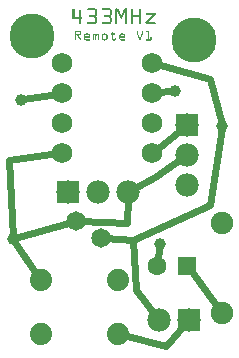
<source format=gtl>
G04 MADE WITH FRITZING*
G04 WWW.FRITZING.ORG*
G04 DOUBLE SIDED*
G04 HOLES PLATED*
G04 CONTOUR ON CENTER OF CONTOUR VECTOR*
%ASAXBY*%
%FSLAX23Y23*%
%MOIN*%
%OFA0B0*%
%SFA1.0B1.0*%
%ADD10C,0.039370*%
%ADD11C,0.075000*%
%ADD12C,0.062992*%
%ADD13C,0.078000*%
%ADD14C,0.149606*%
%ADD15C,0.068000*%
%ADD16C,0.065000*%
%ADD17C,0.074000*%
%ADD18R,0.062992X0.062992*%
%ADD19R,0.078000X0.078000*%
%ADD20C,0.024000*%
%ADD21R,0.001000X0.001000*%
%LNCOPPER1*%
G90*
G70*
G54D10*
X760Y776D03*
X89Y863D03*
G54D11*
X759Y452D03*
X759Y152D03*
G54D10*
X602Y894D03*
G54D12*
X643Y310D03*
X544Y310D03*
G54D13*
X642Y779D03*
X642Y679D03*
X642Y579D03*
G54D14*
X127Y1077D03*
X665Y1064D03*
G54D13*
X650Y129D03*
X550Y129D03*
G54D15*
X227Y987D03*
X227Y887D03*
X227Y787D03*
X227Y687D03*
X527Y687D03*
X527Y787D03*
X527Y887D03*
X527Y987D03*
X227Y987D03*
X227Y887D03*
X227Y787D03*
X227Y687D03*
X527Y687D03*
X527Y787D03*
X527Y887D03*
X527Y987D03*
G54D13*
X245Y556D03*
X345Y556D03*
X445Y556D03*
G54D16*
X272Y459D03*
X355Y403D03*
X272Y459D03*
X355Y403D03*
G54D10*
X61Y399D03*
X551Y381D03*
G54D17*
X155Y261D03*
X411Y261D03*
X155Y83D03*
X411Y83D03*
X155Y261D03*
X411Y261D03*
X155Y83D03*
X411Y83D03*
G54D18*
X643Y310D03*
G54D19*
X642Y779D03*
X650Y129D03*
X245Y556D03*
G54D20*
X444Y454D02*
X445Y537D01*
D02*
X464Y397D02*
X718Y514D01*
D02*
X718Y514D02*
X758Y768D01*
D02*
X96Y865D02*
X211Y884D01*
D02*
X720Y934D02*
X542Y983D01*
D02*
X758Y783D02*
X720Y934D01*
D02*
X369Y402D02*
X464Y397D01*
D02*
X286Y459D02*
X444Y454D01*
D02*
X536Y606D02*
X626Y668D01*
D02*
X461Y565D02*
X536Y606D01*
D02*
X627Y767D02*
X539Y697D01*
D02*
X652Y298D02*
X749Y167D01*
D02*
X594Y893D02*
X543Y889D01*
D02*
X61Y406D02*
X50Y664D01*
D02*
X50Y664D02*
X211Y685D01*
D02*
X68Y401D02*
X259Y455D01*
D02*
X550Y373D02*
X546Y326D01*
D02*
X143Y278D02*
X65Y392D01*
D02*
X430Y78D02*
X572Y43D01*
D02*
X572Y43D02*
X637Y115D01*
D02*
X471Y230D02*
X538Y144D01*
D02*
X464Y397D02*
X471Y230D01*
G54D21*
X312Y1168D02*
X335Y1168D01*
X361Y1168D02*
X384Y1168D01*
X405Y1168D02*
X410Y1168D01*
X436Y1168D02*
X441Y1168D01*
X263Y1167D02*
X266Y1167D01*
X310Y1167D02*
X338Y1167D01*
X359Y1167D02*
X387Y1167D01*
X404Y1167D02*
X412Y1167D01*
X434Y1167D02*
X442Y1167D01*
X457Y1167D02*
X460Y1167D01*
X483Y1167D02*
X487Y1167D01*
X262Y1166D02*
X267Y1166D01*
X309Y1166D02*
X340Y1166D01*
X358Y1166D02*
X388Y1166D01*
X404Y1166D02*
X413Y1166D01*
X433Y1166D02*
X442Y1166D01*
X456Y1166D02*
X461Y1166D01*
X483Y1166D02*
X488Y1166D01*
X262Y1165D02*
X267Y1165D01*
X309Y1165D02*
X340Y1165D01*
X358Y1165D02*
X389Y1165D01*
X404Y1165D02*
X413Y1165D01*
X433Y1165D02*
X442Y1165D01*
X456Y1165D02*
X461Y1165D01*
X483Y1165D02*
X488Y1165D01*
X261Y1164D02*
X267Y1164D01*
X309Y1164D02*
X341Y1164D01*
X358Y1164D02*
X390Y1164D01*
X404Y1164D02*
X414Y1164D01*
X432Y1164D02*
X442Y1164D01*
X456Y1164D02*
X461Y1164D01*
X482Y1164D02*
X488Y1164D01*
X261Y1163D02*
X267Y1163D01*
X310Y1163D02*
X341Y1163D01*
X358Y1163D02*
X390Y1163D01*
X404Y1163D02*
X414Y1163D01*
X432Y1163D02*
X442Y1163D01*
X456Y1163D02*
X461Y1163D01*
X482Y1163D02*
X488Y1163D01*
X261Y1162D02*
X267Y1162D01*
X284Y1162D02*
X285Y1162D01*
X310Y1162D02*
X342Y1162D01*
X359Y1162D02*
X390Y1162D01*
X404Y1162D02*
X415Y1162D01*
X431Y1162D02*
X442Y1162D01*
X456Y1162D02*
X461Y1162D01*
X482Y1162D02*
X488Y1162D01*
X261Y1161D02*
X267Y1161D01*
X282Y1161D02*
X287Y1161D01*
X336Y1161D02*
X342Y1161D01*
X385Y1161D02*
X391Y1161D01*
X404Y1161D02*
X415Y1161D01*
X431Y1161D02*
X442Y1161D01*
X456Y1161D02*
X461Y1161D01*
X482Y1161D02*
X488Y1161D01*
X261Y1160D02*
X267Y1160D01*
X282Y1160D02*
X287Y1160D01*
X336Y1160D02*
X342Y1160D01*
X385Y1160D02*
X391Y1160D01*
X404Y1160D02*
X416Y1160D01*
X431Y1160D02*
X442Y1160D01*
X456Y1160D02*
X461Y1160D01*
X482Y1160D02*
X488Y1160D01*
X261Y1159D02*
X267Y1159D01*
X282Y1159D02*
X287Y1159D01*
X336Y1159D02*
X342Y1159D01*
X385Y1159D02*
X391Y1159D01*
X404Y1159D02*
X416Y1159D01*
X430Y1159D02*
X442Y1159D01*
X456Y1159D02*
X461Y1159D01*
X482Y1159D02*
X488Y1159D01*
X261Y1158D02*
X267Y1158D01*
X282Y1158D02*
X287Y1158D01*
X336Y1158D02*
X342Y1158D01*
X385Y1158D02*
X391Y1158D01*
X404Y1158D02*
X417Y1158D01*
X430Y1158D02*
X442Y1158D01*
X456Y1158D02*
X461Y1158D01*
X482Y1158D02*
X488Y1158D01*
X261Y1157D02*
X267Y1157D01*
X282Y1157D02*
X287Y1157D01*
X336Y1157D02*
X342Y1157D01*
X385Y1157D02*
X391Y1157D01*
X404Y1157D02*
X417Y1157D01*
X429Y1157D02*
X442Y1157D01*
X456Y1157D02*
X461Y1157D01*
X482Y1157D02*
X488Y1157D01*
X261Y1156D02*
X267Y1156D01*
X282Y1156D02*
X287Y1156D01*
X336Y1156D02*
X342Y1156D01*
X385Y1156D02*
X391Y1156D01*
X404Y1156D02*
X417Y1156D01*
X429Y1156D02*
X442Y1156D01*
X456Y1156D02*
X461Y1156D01*
X482Y1156D02*
X488Y1156D01*
X261Y1155D02*
X267Y1155D01*
X282Y1155D02*
X287Y1155D01*
X336Y1155D02*
X342Y1155D01*
X385Y1155D02*
X391Y1155D01*
X404Y1155D02*
X418Y1155D01*
X428Y1155D02*
X442Y1155D01*
X456Y1155D02*
X461Y1155D01*
X482Y1155D02*
X488Y1155D01*
X261Y1154D02*
X267Y1154D01*
X282Y1154D02*
X287Y1154D01*
X336Y1154D02*
X342Y1154D01*
X385Y1154D02*
X391Y1154D01*
X404Y1154D02*
X410Y1154D01*
X412Y1154D02*
X418Y1154D01*
X428Y1154D02*
X434Y1154D01*
X436Y1154D02*
X442Y1154D01*
X456Y1154D02*
X461Y1154D01*
X482Y1154D02*
X488Y1154D01*
X261Y1153D02*
X267Y1153D01*
X282Y1153D02*
X287Y1153D01*
X336Y1153D02*
X342Y1153D01*
X385Y1153D02*
X391Y1153D01*
X404Y1153D02*
X410Y1153D01*
X412Y1153D02*
X419Y1153D01*
X427Y1153D02*
X434Y1153D01*
X436Y1153D02*
X442Y1153D01*
X456Y1153D02*
X461Y1153D01*
X482Y1153D02*
X488Y1153D01*
X507Y1153D02*
X536Y1153D01*
X261Y1152D02*
X267Y1152D01*
X282Y1152D02*
X287Y1152D01*
X336Y1152D02*
X342Y1152D01*
X385Y1152D02*
X391Y1152D01*
X404Y1152D02*
X410Y1152D01*
X413Y1152D02*
X419Y1152D01*
X427Y1152D02*
X433Y1152D01*
X436Y1152D02*
X442Y1152D01*
X456Y1152D02*
X461Y1152D01*
X482Y1152D02*
X488Y1152D01*
X507Y1152D02*
X537Y1152D01*
X261Y1151D02*
X267Y1151D01*
X282Y1151D02*
X287Y1151D01*
X336Y1151D02*
X342Y1151D01*
X385Y1151D02*
X391Y1151D01*
X404Y1151D02*
X410Y1151D01*
X413Y1151D02*
X420Y1151D01*
X426Y1151D02*
X433Y1151D01*
X436Y1151D02*
X442Y1151D01*
X456Y1151D02*
X461Y1151D01*
X482Y1151D02*
X488Y1151D01*
X506Y1151D02*
X537Y1151D01*
X261Y1150D02*
X267Y1150D01*
X282Y1150D02*
X287Y1150D01*
X336Y1150D02*
X342Y1150D01*
X385Y1150D02*
X391Y1150D01*
X404Y1150D02*
X410Y1150D01*
X414Y1150D02*
X420Y1150D01*
X426Y1150D02*
X432Y1150D01*
X436Y1150D02*
X442Y1150D01*
X456Y1150D02*
X461Y1150D01*
X482Y1150D02*
X488Y1150D01*
X506Y1150D02*
X537Y1150D01*
X261Y1149D02*
X267Y1149D01*
X282Y1149D02*
X287Y1149D01*
X336Y1149D02*
X342Y1149D01*
X385Y1149D02*
X391Y1149D01*
X404Y1149D02*
X410Y1149D01*
X414Y1149D02*
X421Y1149D01*
X425Y1149D02*
X432Y1149D01*
X436Y1149D02*
X442Y1149D01*
X456Y1149D02*
X461Y1149D01*
X482Y1149D02*
X488Y1149D01*
X506Y1149D02*
X537Y1149D01*
X261Y1148D02*
X267Y1148D01*
X282Y1148D02*
X287Y1148D01*
X336Y1148D02*
X342Y1148D01*
X385Y1148D02*
X391Y1148D01*
X404Y1148D02*
X410Y1148D01*
X415Y1148D02*
X421Y1148D01*
X425Y1148D02*
X431Y1148D01*
X436Y1148D02*
X442Y1148D01*
X456Y1148D02*
X461Y1148D01*
X482Y1148D02*
X488Y1148D01*
X507Y1148D02*
X537Y1148D01*
X261Y1147D02*
X267Y1147D01*
X282Y1147D02*
X287Y1147D01*
X335Y1147D02*
X342Y1147D01*
X384Y1147D02*
X390Y1147D01*
X404Y1147D02*
X410Y1147D01*
X415Y1147D02*
X422Y1147D01*
X424Y1147D02*
X431Y1147D01*
X436Y1147D02*
X442Y1147D01*
X456Y1147D02*
X461Y1147D01*
X482Y1147D02*
X488Y1147D01*
X509Y1147D02*
X537Y1147D01*
X261Y1146D02*
X267Y1146D01*
X282Y1146D02*
X287Y1146D01*
X335Y1146D02*
X341Y1146D01*
X383Y1146D02*
X390Y1146D01*
X404Y1146D02*
X410Y1146D01*
X416Y1146D02*
X422Y1146D01*
X424Y1146D02*
X430Y1146D01*
X436Y1146D02*
X442Y1146D01*
X456Y1146D02*
X461Y1146D01*
X482Y1146D02*
X488Y1146D01*
X528Y1146D02*
X537Y1146D01*
X261Y1145D02*
X267Y1145D01*
X282Y1145D02*
X287Y1145D01*
X318Y1145D02*
X341Y1145D01*
X367Y1145D02*
X390Y1145D01*
X404Y1145D02*
X410Y1145D01*
X416Y1145D02*
X430Y1145D01*
X436Y1145D02*
X442Y1145D01*
X456Y1145D02*
X488Y1145D01*
X527Y1145D02*
X536Y1145D01*
X261Y1144D02*
X267Y1144D01*
X282Y1144D02*
X287Y1144D01*
X317Y1144D02*
X341Y1144D01*
X366Y1144D02*
X389Y1144D01*
X404Y1144D02*
X410Y1144D01*
X417Y1144D02*
X429Y1144D01*
X436Y1144D02*
X442Y1144D01*
X456Y1144D02*
X488Y1144D01*
X526Y1144D02*
X535Y1144D01*
X261Y1143D02*
X267Y1143D01*
X282Y1143D02*
X287Y1143D01*
X316Y1143D02*
X340Y1143D01*
X365Y1143D02*
X389Y1143D01*
X404Y1143D02*
X410Y1143D01*
X417Y1143D02*
X429Y1143D01*
X436Y1143D02*
X442Y1143D01*
X456Y1143D02*
X488Y1143D01*
X525Y1143D02*
X534Y1143D01*
X261Y1142D02*
X267Y1142D01*
X282Y1142D02*
X287Y1142D01*
X316Y1142D02*
X339Y1142D01*
X365Y1142D02*
X388Y1142D01*
X404Y1142D02*
X410Y1142D01*
X418Y1142D02*
X428Y1142D01*
X436Y1142D02*
X442Y1142D01*
X456Y1142D02*
X488Y1142D01*
X524Y1142D02*
X533Y1142D01*
X261Y1141D02*
X267Y1141D01*
X282Y1141D02*
X287Y1141D01*
X316Y1141D02*
X340Y1141D01*
X365Y1141D02*
X388Y1141D01*
X404Y1141D02*
X410Y1141D01*
X418Y1141D02*
X428Y1141D01*
X436Y1141D02*
X442Y1141D01*
X456Y1141D02*
X488Y1141D01*
X523Y1141D02*
X532Y1141D01*
X261Y1140D02*
X267Y1140D01*
X282Y1140D02*
X287Y1140D01*
X316Y1140D02*
X340Y1140D01*
X365Y1140D02*
X389Y1140D01*
X404Y1140D02*
X410Y1140D01*
X418Y1140D02*
X427Y1140D01*
X436Y1140D02*
X442Y1140D01*
X456Y1140D02*
X488Y1140D01*
X522Y1140D02*
X531Y1140D01*
X261Y1139D02*
X290Y1139D01*
X317Y1139D02*
X341Y1139D01*
X366Y1139D02*
X390Y1139D01*
X404Y1139D02*
X410Y1139D01*
X419Y1139D02*
X427Y1139D01*
X436Y1139D02*
X442Y1139D01*
X456Y1139D02*
X488Y1139D01*
X521Y1139D02*
X530Y1139D01*
X261Y1138D02*
X291Y1138D01*
X334Y1138D02*
X341Y1138D01*
X383Y1138D02*
X390Y1138D01*
X404Y1138D02*
X410Y1138D01*
X419Y1138D02*
X426Y1138D01*
X436Y1138D02*
X442Y1138D01*
X456Y1138D02*
X462Y1138D01*
X482Y1138D02*
X488Y1138D01*
X520Y1138D02*
X529Y1138D01*
X261Y1137D02*
X291Y1137D01*
X335Y1137D02*
X341Y1137D01*
X384Y1137D02*
X390Y1137D01*
X404Y1137D02*
X410Y1137D01*
X420Y1137D02*
X426Y1137D01*
X436Y1137D02*
X442Y1137D01*
X456Y1137D02*
X461Y1137D01*
X482Y1137D02*
X488Y1137D01*
X519Y1137D02*
X528Y1137D01*
X261Y1136D02*
X291Y1136D01*
X336Y1136D02*
X342Y1136D01*
X384Y1136D02*
X390Y1136D01*
X404Y1136D02*
X410Y1136D01*
X420Y1136D02*
X425Y1136D01*
X436Y1136D02*
X442Y1136D01*
X456Y1136D02*
X461Y1136D01*
X482Y1136D02*
X488Y1136D01*
X518Y1136D02*
X527Y1136D01*
X261Y1135D02*
X291Y1135D01*
X336Y1135D02*
X342Y1135D01*
X385Y1135D02*
X391Y1135D01*
X404Y1135D02*
X410Y1135D01*
X421Y1135D02*
X425Y1135D01*
X436Y1135D02*
X442Y1135D01*
X456Y1135D02*
X461Y1135D01*
X482Y1135D02*
X488Y1135D01*
X517Y1135D02*
X526Y1135D01*
X261Y1134D02*
X291Y1134D01*
X336Y1134D02*
X342Y1134D01*
X385Y1134D02*
X391Y1134D01*
X404Y1134D02*
X410Y1134D01*
X422Y1134D02*
X424Y1134D01*
X436Y1134D02*
X442Y1134D01*
X456Y1134D02*
X461Y1134D01*
X482Y1134D02*
X488Y1134D01*
X516Y1134D02*
X525Y1134D01*
X262Y1133D02*
X290Y1133D01*
X336Y1133D02*
X342Y1133D01*
X385Y1133D02*
X391Y1133D01*
X404Y1133D02*
X410Y1133D01*
X436Y1133D02*
X442Y1133D01*
X456Y1133D02*
X461Y1133D01*
X482Y1133D02*
X488Y1133D01*
X515Y1133D02*
X524Y1133D01*
X282Y1132D02*
X287Y1132D01*
X336Y1132D02*
X342Y1132D01*
X385Y1132D02*
X391Y1132D01*
X404Y1132D02*
X410Y1132D01*
X436Y1132D02*
X442Y1132D01*
X456Y1132D02*
X461Y1132D01*
X482Y1132D02*
X488Y1132D01*
X514Y1132D02*
X523Y1132D01*
X282Y1131D02*
X287Y1131D01*
X336Y1131D02*
X342Y1131D01*
X385Y1131D02*
X391Y1131D01*
X404Y1131D02*
X410Y1131D01*
X436Y1131D02*
X442Y1131D01*
X456Y1131D02*
X461Y1131D01*
X482Y1131D02*
X488Y1131D01*
X513Y1131D02*
X522Y1131D01*
X282Y1130D02*
X287Y1130D01*
X336Y1130D02*
X342Y1130D01*
X385Y1130D02*
X391Y1130D01*
X404Y1130D02*
X410Y1130D01*
X436Y1130D02*
X442Y1130D01*
X456Y1130D02*
X461Y1130D01*
X482Y1130D02*
X488Y1130D01*
X512Y1130D02*
X520Y1130D01*
X282Y1129D02*
X287Y1129D01*
X336Y1129D02*
X342Y1129D01*
X385Y1129D02*
X391Y1129D01*
X404Y1129D02*
X410Y1129D01*
X436Y1129D02*
X442Y1129D01*
X456Y1129D02*
X461Y1129D01*
X482Y1129D02*
X488Y1129D01*
X511Y1129D02*
X519Y1129D01*
X282Y1128D02*
X287Y1128D01*
X336Y1128D02*
X342Y1128D01*
X385Y1128D02*
X391Y1128D01*
X404Y1128D02*
X410Y1128D01*
X436Y1128D02*
X442Y1128D01*
X456Y1128D02*
X461Y1128D01*
X482Y1128D02*
X488Y1128D01*
X510Y1128D02*
X518Y1128D01*
X282Y1127D02*
X287Y1127D01*
X336Y1127D02*
X342Y1127D01*
X385Y1127D02*
X391Y1127D01*
X404Y1127D02*
X410Y1127D01*
X436Y1127D02*
X442Y1127D01*
X456Y1127D02*
X461Y1127D01*
X482Y1127D02*
X488Y1127D01*
X509Y1127D02*
X517Y1127D01*
X282Y1126D02*
X287Y1126D01*
X336Y1126D02*
X342Y1126D01*
X385Y1126D02*
X391Y1126D01*
X404Y1126D02*
X410Y1126D01*
X436Y1126D02*
X442Y1126D01*
X456Y1126D02*
X461Y1126D01*
X482Y1126D02*
X488Y1126D01*
X507Y1126D02*
X516Y1126D01*
X282Y1125D02*
X287Y1125D01*
X336Y1125D02*
X342Y1125D01*
X385Y1125D02*
X391Y1125D01*
X404Y1125D02*
X410Y1125D01*
X436Y1125D02*
X442Y1125D01*
X456Y1125D02*
X461Y1125D01*
X482Y1125D02*
X488Y1125D01*
X506Y1125D02*
X515Y1125D01*
X282Y1124D02*
X287Y1124D01*
X336Y1124D02*
X342Y1124D01*
X385Y1124D02*
X391Y1124D01*
X404Y1124D02*
X410Y1124D01*
X436Y1124D02*
X442Y1124D01*
X456Y1124D02*
X461Y1124D01*
X482Y1124D02*
X488Y1124D01*
X505Y1124D02*
X514Y1124D01*
X282Y1123D02*
X287Y1123D01*
X336Y1123D02*
X342Y1123D01*
X385Y1123D02*
X391Y1123D01*
X404Y1123D02*
X410Y1123D01*
X436Y1123D02*
X442Y1123D01*
X456Y1123D02*
X461Y1123D01*
X482Y1123D02*
X488Y1123D01*
X505Y1123D02*
X513Y1123D01*
X282Y1122D02*
X287Y1122D01*
X312Y1122D02*
X342Y1122D01*
X360Y1122D02*
X391Y1122D01*
X404Y1122D02*
X410Y1122D01*
X436Y1122D02*
X442Y1122D01*
X456Y1122D02*
X461Y1122D01*
X482Y1122D02*
X488Y1122D01*
X505Y1122D02*
X535Y1122D01*
X282Y1121D02*
X287Y1121D01*
X310Y1121D02*
X342Y1121D01*
X359Y1121D02*
X390Y1121D01*
X404Y1121D02*
X410Y1121D01*
X436Y1121D02*
X442Y1121D01*
X456Y1121D02*
X461Y1121D01*
X482Y1121D02*
X488Y1121D01*
X504Y1121D02*
X536Y1121D01*
X282Y1120D02*
X287Y1120D01*
X309Y1120D02*
X341Y1120D01*
X358Y1120D02*
X390Y1120D01*
X404Y1120D02*
X410Y1120D01*
X436Y1120D02*
X442Y1120D01*
X456Y1120D02*
X461Y1120D01*
X482Y1120D02*
X488Y1120D01*
X504Y1120D02*
X537Y1120D01*
X282Y1119D02*
X287Y1119D01*
X309Y1119D02*
X341Y1119D01*
X358Y1119D02*
X390Y1119D01*
X404Y1119D02*
X410Y1119D01*
X436Y1119D02*
X442Y1119D01*
X456Y1119D02*
X461Y1119D01*
X482Y1119D02*
X488Y1119D01*
X505Y1119D02*
X537Y1119D01*
X282Y1118D02*
X287Y1118D01*
X309Y1118D02*
X340Y1118D01*
X358Y1118D02*
X389Y1118D01*
X404Y1118D02*
X410Y1118D01*
X437Y1118D02*
X442Y1118D01*
X456Y1118D02*
X461Y1118D01*
X483Y1118D02*
X488Y1118D01*
X505Y1118D02*
X537Y1118D01*
X282Y1117D02*
X287Y1117D01*
X310Y1117D02*
X339Y1117D01*
X358Y1117D02*
X388Y1117D01*
X404Y1117D02*
X409Y1117D01*
X437Y1117D02*
X442Y1117D01*
X456Y1117D02*
X461Y1117D01*
X483Y1117D02*
X488Y1117D01*
X505Y1117D02*
X537Y1117D01*
X283Y1116D02*
X286Y1116D01*
X311Y1116D02*
X338Y1116D01*
X359Y1116D02*
X386Y1116D01*
X405Y1116D02*
X408Y1116D01*
X438Y1116D02*
X441Y1116D01*
X457Y1116D02*
X460Y1116D01*
X484Y1116D02*
X487Y1116D01*
X506Y1116D02*
X536Y1116D01*
X270Y1092D02*
X286Y1092D01*
X476Y1092D02*
X478Y1092D01*
X492Y1092D02*
X494Y1092D01*
X506Y1092D02*
X516Y1092D01*
X270Y1091D02*
X287Y1091D01*
X476Y1091D02*
X479Y1091D01*
X492Y1091D02*
X495Y1091D01*
X505Y1091D02*
X516Y1091D01*
X270Y1090D02*
X288Y1090D01*
X392Y1090D02*
X394Y1090D01*
X476Y1090D02*
X479Y1090D01*
X492Y1090D02*
X495Y1090D01*
X505Y1090D02*
X516Y1090D01*
X270Y1089D02*
X289Y1089D01*
X392Y1089D02*
X395Y1089D01*
X476Y1089D02*
X479Y1089D01*
X492Y1089D02*
X495Y1089D01*
X506Y1089D02*
X516Y1089D01*
X270Y1088D02*
X273Y1088D01*
X285Y1088D02*
X289Y1088D01*
X392Y1088D02*
X395Y1088D01*
X476Y1088D02*
X479Y1088D01*
X492Y1088D02*
X495Y1088D01*
X513Y1088D02*
X516Y1088D01*
X270Y1087D02*
X273Y1087D01*
X286Y1087D02*
X289Y1087D01*
X392Y1087D02*
X395Y1087D01*
X476Y1087D02*
X479Y1087D01*
X492Y1087D02*
X495Y1087D01*
X513Y1087D02*
X516Y1087D01*
X270Y1086D02*
X273Y1086D01*
X286Y1086D02*
X289Y1086D01*
X392Y1086D02*
X395Y1086D01*
X476Y1086D02*
X479Y1086D01*
X492Y1086D02*
X495Y1086D01*
X513Y1086D02*
X516Y1086D01*
X270Y1085D02*
X273Y1085D01*
X286Y1085D02*
X289Y1085D01*
X392Y1085D02*
X395Y1085D01*
X476Y1085D02*
X479Y1085D01*
X492Y1085D02*
X495Y1085D01*
X513Y1085D02*
X516Y1085D01*
X270Y1084D02*
X273Y1084D01*
X286Y1084D02*
X289Y1084D01*
X307Y1084D02*
X311Y1084D01*
X366Y1084D02*
X370Y1084D01*
X391Y1084D02*
X401Y1084D01*
X424Y1084D02*
X429Y1084D01*
X476Y1084D02*
X479Y1084D01*
X492Y1084D02*
X495Y1084D01*
X513Y1084D02*
X516Y1084D01*
X270Y1083D02*
X273Y1083D01*
X286Y1083D02*
X289Y1083D01*
X304Y1083D02*
X314Y1083D01*
X329Y1083D02*
X331Y1083D01*
X333Y1083D02*
X338Y1083D01*
X341Y1083D02*
X346Y1083D01*
X363Y1083D02*
X373Y1083D01*
X388Y1083D02*
X403Y1083D01*
X421Y1083D02*
X432Y1083D01*
X476Y1083D02*
X479Y1083D01*
X491Y1083D02*
X495Y1083D01*
X513Y1083D02*
X516Y1083D01*
X270Y1082D02*
X289Y1082D01*
X302Y1082D02*
X316Y1082D01*
X328Y1082D02*
X347Y1082D01*
X361Y1082D02*
X374Y1082D01*
X388Y1082D02*
X403Y1082D01*
X420Y1082D02*
X433Y1082D01*
X476Y1082D02*
X480Y1082D01*
X491Y1082D02*
X494Y1082D01*
X513Y1082D02*
X516Y1082D01*
X270Y1081D02*
X288Y1081D01*
X301Y1081D02*
X317Y1081D01*
X328Y1081D02*
X348Y1081D01*
X360Y1081D02*
X375Y1081D01*
X388Y1081D02*
X403Y1081D01*
X419Y1081D02*
X434Y1081D01*
X476Y1081D02*
X480Y1081D01*
X491Y1081D02*
X494Y1081D01*
X513Y1081D02*
X516Y1081D01*
X270Y1080D02*
X287Y1080D01*
X301Y1080D02*
X317Y1080D01*
X328Y1080D02*
X348Y1080D01*
X359Y1080D02*
X376Y1080D01*
X389Y1080D02*
X402Y1080D01*
X418Y1080D02*
X435Y1080D01*
X477Y1080D02*
X480Y1080D01*
X490Y1080D02*
X494Y1080D01*
X513Y1080D02*
X516Y1080D01*
X270Y1079D02*
X286Y1079D01*
X300Y1079D02*
X304Y1079D01*
X314Y1079D02*
X318Y1079D01*
X328Y1079D02*
X334Y1079D01*
X337Y1079D02*
X342Y1079D01*
X345Y1079D02*
X348Y1079D01*
X359Y1079D02*
X363Y1079D01*
X373Y1079D02*
X377Y1079D01*
X392Y1079D02*
X395Y1079D01*
X417Y1079D02*
X422Y1079D01*
X432Y1079D02*
X436Y1079D01*
X477Y1079D02*
X481Y1079D01*
X490Y1079D02*
X493Y1079D01*
X513Y1079D02*
X516Y1079D01*
X270Y1078D02*
X273Y1078D01*
X277Y1078D02*
X281Y1078D01*
X300Y1078D02*
X303Y1078D01*
X315Y1078D02*
X318Y1078D01*
X328Y1078D02*
X332Y1078D01*
X337Y1078D02*
X341Y1078D01*
X345Y1078D02*
X348Y1078D01*
X358Y1078D02*
X362Y1078D01*
X374Y1078D02*
X377Y1078D01*
X392Y1078D02*
X395Y1078D01*
X417Y1078D02*
X421Y1078D01*
X432Y1078D02*
X436Y1078D01*
X478Y1078D02*
X481Y1078D01*
X489Y1078D02*
X493Y1078D01*
X513Y1078D02*
X516Y1078D01*
X270Y1077D02*
X273Y1077D01*
X278Y1077D02*
X281Y1077D01*
X300Y1077D02*
X303Y1077D01*
X315Y1077D02*
X319Y1077D01*
X328Y1077D02*
X332Y1077D01*
X337Y1077D02*
X340Y1077D01*
X345Y1077D02*
X348Y1077D01*
X358Y1077D02*
X361Y1077D01*
X374Y1077D02*
X377Y1077D01*
X392Y1077D02*
X395Y1077D01*
X417Y1077D02*
X420Y1077D01*
X433Y1077D02*
X436Y1077D01*
X478Y1077D02*
X481Y1077D01*
X489Y1077D02*
X492Y1077D01*
X513Y1077D02*
X516Y1077D01*
X270Y1076D02*
X273Y1076D01*
X278Y1076D02*
X282Y1076D01*
X299Y1076D02*
X303Y1076D01*
X316Y1076D02*
X319Y1076D01*
X328Y1076D02*
X332Y1076D01*
X337Y1076D02*
X340Y1076D01*
X345Y1076D02*
X348Y1076D01*
X358Y1076D02*
X361Y1076D01*
X374Y1076D02*
X377Y1076D01*
X392Y1076D02*
X395Y1076D01*
X417Y1076D02*
X420Y1076D01*
X433Y1076D02*
X436Y1076D01*
X478Y1076D02*
X482Y1076D01*
X489Y1076D02*
X492Y1076D01*
X513Y1076D02*
X516Y1076D01*
X270Y1075D02*
X273Y1075D01*
X279Y1075D02*
X283Y1075D01*
X299Y1075D02*
X303Y1075D01*
X316Y1075D02*
X319Y1075D01*
X328Y1075D02*
X332Y1075D01*
X337Y1075D02*
X340Y1075D01*
X345Y1075D02*
X348Y1075D01*
X358Y1075D02*
X361Y1075D01*
X374Y1075D02*
X377Y1075D01*
X392Y1075D02*
X395Y1075D01*
X417Y1075D02*
X420Y1075D01*
X433Y1075D02*
X436Y1075D01*
X479Y1075D02*
X482Y1075D01*
X488Y1075D02*
X492Y1075D01*
X513Y1075D02*
X516Y1075D01*
X270Y1074D02*
X273Y1074D01*
X279Y1074D02*
X283Y1074D01*
X299Y1074D02*
X319Y1074D01*
X328Y1074D02*
X332Y1074D01*
X337Y1074D02*
X340Y1074D01*
X345Y1074D02*
X348Y1074D01*
X358Y1074D02*
X361Y1074D01*
X374Y1074D02*
X377Y1074D01*
X392Y1074D02*
X395Y1074D01*
X417Y1074D02*
X436Y1074D01*
X479Y1074D02*
X483Y1074D01*
X488Y1074D02*
X491Y1074D01*
X513Y1074D02*
X516Y1074D01*
X270Y1073D02*
X273Y1073D01*
X280Y1073D02*
X284Y1073D01*
X299Y1073D02*
X319Y1073D01*
X328Y1073D02*
X332Y1073D01*
X337Y1073D02*
X340Y1073D01*
X345Y1073D02*
X348Y1073D01*
X358Y1073D02*
X361Y1073D01*
X374Y1073D02*
X377Y1073D01*
X392Y1073D02*
X395Y1073D01*
X417Y1073D02*
X436Y1073D01*
X480Y1073D02*
X483Y1073D01*
X487Y1073D02*
X491Y1073D01*
X513Y1073D02*
X516Y1073D01*
X522Y1073D02*
X523Y1073D01*
X270Y1072D02*
X273Y1072D01*
X281Y1072D02*
X284Y1072D01*
X299Y1072D02*
X319Y1072D01*
X328Y1072D02*
X332Y1072D01*
X337Y1072D02*
X340Y1072D01*
X345Y1072D02*
X348Y1072D01*
X358Y1072D02*
X361Y1072D01*
X374Y1072D02*
X377Y1072D01*
X392Y1072D02*
X395Y1072D01*
X417Y1072D02*
X436Y1072D01*
X480Y1072D02*
X483Y1072D01*
X487Y1072D02*
X490Y1072D01*
X513Y1072D02*
X516Y1072D01*
X521Y1072D02*
X524Y1072D01*
X270Y1071D02*
X273Y1071D01*
X281Y1071D02*
X285Y1071D01*
X299Y1071D02*
X318Y1071D01*
X328Y1071D02*
X332Y1071D01*
X337Y1071D02*
X340Y1071D01*
X345Y1071D02*
X348Y1071D01*
X358Y1071D02*
X361Y1071D01*
X374Y1071D02*
X377Y1071D01*
X392Y1071D02*
X395Y1071D01*
X417Y1071D02*
X435Y1071D01*
X480Y1071D02*
X484Y1071D01*
X487Y1071D02*
X490Y1071D01*
X513Y1071D02*
X516Y1071D01*
X521Y1071D02*
X524Y1071D01*
X270Y1070D02*
X273Y1070D01*
X282Y1070D02*
X286Y1070D01*
X299Y1070D02*
X303Y1070D01*
X328Y1070D02*
X332Y1070D01*
X337Y1070D02*
X340Y1070D01*
X345Y1070D02*
X348Y1070D01*
X358Y1070D02*
X361Y1070D01*
X374Y1070D02*
X377Y1070D01*
X392Y1070D02*
X395Y1070D01*
X417Y1070D02*
X420Y1070D01*
X481Y1070D02*
X484Y1070D01*
X486Y1070D02*
X490Y1070D01*
X513Y1070D02*
X516Y1070D01*
X521Y1070D02*
X524Y1070D01*
X270Y1069D02*
X273Y1069D01*
X282Y1069D02*
X286Y1069D01*
X299Y1069D02*
X303Y1069D01*
X328Y1069D02*
X332Y1069D01*
X337Y1069D02*
X340Y1069D01*
X345Y1069D02*
X348Y1069D01*
X358Y1069D02*
X361Y1069D01*
X374Y1069D02*
X377Y1069D01*
X392Y1069D02*
X395Y1069D01*
X417Y1069D02*
X420Y1069D01*
X481Y1069D02*
X489Y1069D01*
X513Y1069D02*
X516Y1069D01*
X521Y1069D02*
X524Y1069D01*
X270Y1068D02*
X273Y1068D01*
X283Y1068D02*
X287Y1068D01*
X299Y1068D02*
X303Y1068D01*
X328Y1068D02*
X332Y1068D01*
X337Y1068D02*
X340Y1068D01*
X345Y1068D02*
X348Y1068D01*
X358Y1068D02*
X361Y1068D01*
X374Y1068D02*
X377Y1068D01*
X392Y1068D02*
X395Y1068D01*
X404Y1068D02*
X406Y1068D01*
X417Y1068D02*
X420Y1068D01*
X482Y1068D02*
X489Y1068D01*
X513Y1068D02*
X516Y1068D01*
X521Y1068D02*
X524Y1068D01*
X270Y1067D02*
X273Y1067D01*
X284Y1067D02*
X287Y1067D01*
X300Y1067D02*
X303Y1067D01*
X328Y1067D02*
X332Y1067D01*
X337Y1067D02*
X340Y1067D01*
X345Y1067D02*
X348Y1067D01*
X358Y1067D02*
X362Y1067D01*
X374Y1067D02*
X377Y1067D01*
X392Y1067D02*
X395Y1067D01*
X404Y1067D02*
X407Y1067D01*
X417Y1067D02*
X421Y1067D01*
X482Y1067D02*
X488Y1067D01*
X513Y1067D02*
X516Y1067D01*
X521Y1067D02*
X524Y1067D01*
X270Y1066D02*
X273Y1066D01*
X284Y1066D02*
X288Y1066D01*
X300Y1066D02*
X304Y1066D01*
X328Y1066D02*
X332Y1066D01*
X337Y1066D02*
X340Y1066D01*
X345Y1066D02*
X348Y1066D01*
X359Y1066D02*
X363Y1066D01*
X373Y1066D02*
X377Y1066D01*
X392Y1066D02*
X395Y1066D01*
X403Y1066D02*
X407Y1066D01*
X417Y1066D02*
X422Y1066D01*
X482Y1066D02*
X488Y1066D01*
X513Y1066D02*
X516Y1066D01*
X521Y1066D02*
X524Y1066D01*
X270Y1065D02*
X273Y1065D01*
X285Y1065D02*
X288Y1065D01*
X300Y1065D02*
X317Y1065D01*
X328Y1065D02*
X332Y1065D01*
X337Y1065D02*
X340Y1065D01*
X345Y1065D02*
X348Y1065D01*
X359Y1065D02*
X376Y1065D01*
X392Y1065D02*
X406Y1065D01*
X418Y1065D02*
X434Y1065D01*
X483Y1065D02*
X488Y1065D01*
X507Y1065D02*
X524Y1065D01*
X270Y1064D02*
X273Y1064D01*
X285Y1064D02*
X289Y1064D01*
X301Y1064D02*
X318Y1064D01*
X328Y1064D02*
X332Y1064D01*
X337Y1064D02*
X340Y1064D01*
X345Y1064D02*
X348Y1064D01*
X360Y1064D02*
X375Y1064D01*
X392Y1064D02*
X406Y1064D01*
X419Y1064D02*
X436Y1064D01*
X483Y1064D02*
X487Y1064D01*
X505Y1064D02*
X524Y1064D01*
X270Y1063D02*
X273Y1063D01*
X286Y1063D02*
X289Y1063D01*
X302Y1063D02*
X319Y1063D01*
X328Y1063D02*
X332Y1063D01*
X337Y1063D02*
X340Y1063D01*
X345Y1063D02*
X348Y1063D01*
X361Y1063D02*
X374Y1063D01*
X393Y1063D02*
X405Y1063D01*
X420Y1063D02*
X436Y1063D01*
X483Y1063D02*
X487Y1063D01*
X505Y1063D02*
X524Y1063D01*
X270Y1062D02*
X273Y1062D01*
X286Y1062D02*
X289Y1062D01*
X304Y1062D02*
X318Y1062D01*
X329Y1062D02*
X331Y1062D01*
X337Y1062D02*
X340Y1062D01*
X346Y1062D02*
X348Y1062D01*
X363Y1062D02*
X373Y1062D01*
X394Y1062D02*
X404Y1062D01*
X421Y1062D02*
X436Y1062D01*
X484Y1062D02*
X486Y1062D01*
X505Y1062D02*
X524Y1062D01*
X307Y1061D02*
X317Y1061D01*
X365Y1061D02*
X370Y1061D01*
X397Y1061D02*
X401Y1061D01*
X424Y1061D02*
X434Y1061D01*
X507Y1061D02*
X522Y1061D01*
D02*
G04 End of Copper1*
M02*
</source>
